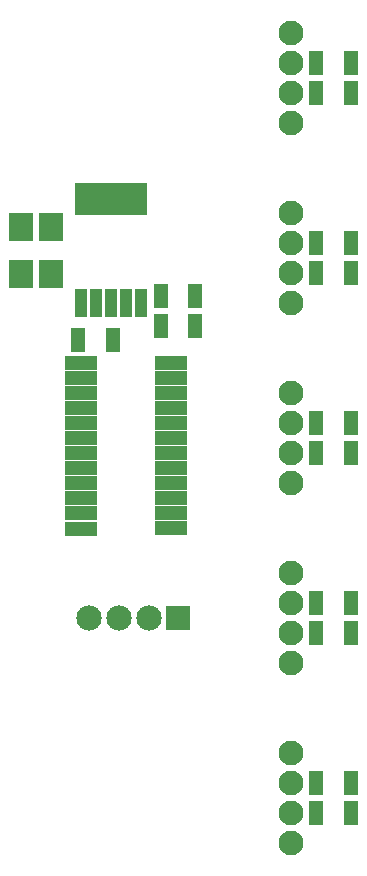
<source format=gbr>
G04 #@! TF.GenerationSoftware,KiCad,Pcbnew,(5.0.0-rc2-dev-632-g76d3b6f04)*
G04 #@! TF.CreationDate,2018-11-25T05:17:50+09:00*
G04 #@! TF.ProjectId,I2C_color_sensor_v1,4932435F636F6C6F725F73656E736F72,rev?*
G04 #@! TF.SameCoordinates,Original*
G04 #@! TF.FileFunction,Soldermask,Top*
G04 #@! TF.FilePolarity,Negative*
%FSLAX46Y46*%
G04 Gerber Fmt 4.6, Leading zero omitted, Abs format (unit mm)*
G04 Created by KiCad (PCBNEW (5.0.0-rc2-dev-632-g76d3b6f04)) date 11/25/18 05:17:50*
%MOMM*%
%LPD*%
G01*
G04 APERTURE LIST*
%ADD10C,2.100000*%
%ADD11C,2.150000*%
%ADD12R,2.150000X2.150000*%
%ADD13R,6.100000X2.700000*%
%ADD14R,1.100000X2.400000*%
%ADD15R,2.000000X2.400000*%
%ADD16R,2.800000X1.162000*%
%ADD17R,1.300000X2.100000*%
G04 APERTURE END LIST*
D10*
X150400000Y-97330000D03*
X150400000Y-99870000D03*
X150400000Y-102410000D03*
X150400000Y-104950000D03*
D11*
X133375000Y-116380000D03*
X135875000Y-116380000D03*
X138375000Y-116380000D03*
D12*
X140875000Y-116380000D03*
D13*
X135160000Y-80945000D03*
D14*
X137700000Y-89695000D03*
X136430000Y-89695000D03*
X135160000Y-89695000D03*
X133890000Y-89695000D03*
X132620000Y-89695000D03*
D10*
X150400000Y-66850000D03*
X150400000Y-69390000D03*
X150400000Y-71930000D03*
X150400000Y-74470000D03*
X150400000Y-89710000D03*
X150400000Y-87170000D03*
X150400000Y-84630000D03*
X150400000Y-82090000D03*
X150400000Y-120190000D03*
X150400000Y-117650000D03*
X150400000Y-115110000D03*
X150400000Y-112570000D03*
X150400000Y-127810000D03*
X150400000Y-130350000D03*
X150400000Y-132890000D03*
X150400000Y-135430000D03*
D15*
X127540000Y-83265000D03*
X127540000Y-87265000D03*
X130080000Y-83265000D03*
X130080000Y-87265000D03*
D16*
X132620000Y-94790000D03*
X132620000Y-96060000D03*
X132620000Y-97330000D03*
X132620000Y-98600000D03*
X132620000Y-99870000D03*
X132620000Y-101140000D03*
X132620000Y-102410000D03*
X132620000Y-103680000D03*
X132620000Y-104950000D03*
X132620000Y-106220000D03*
X132620000Y-107490000D03*
X132620000Y-108887000D03*
X140240000Y-94790000D03*
X140240000Y-96060000D03*
X140240000Y-97330000D03*
X140240000Y-98600000D03*
X140240000Y-99870000D03*
X140240000Y-101140000D03*
X140240000Y-102410000D03*
X140240000Y-103680000D03*
X140240000Y-104950000D03*
X140240000Y-106220000D03*
X140240000Y-107490000D03*
X140240000Y-108760000D03*
D17*
X142325000Y-91694000D03*
X139425000Y-91694000D03*
X139425000Y-89154000D03*
X142325000Y-89154000D03*
X152580000Y-132890000D03*
X155480000Y-132890000D03*
X135340000Y-92885000D03*
X132440000Y-92885000D03*
X152580000Y-130350000D03*
X155480000Y-130350000D03*
X155480000Y-117650000D03*
X152580000Y-117650000D03*
X152580000Y-115110000D03*
X155480000Y-115110000D03*
X155480000Y-102410000D03*
X152580000Y-102410000D03*
X152580000Y-99870000D03*
X155480000Y-99870000D03*
X155480000Y-87170000D03*
X152580000Y-87170000D03*
X152580000Y-84630000D03*
X155480000Y-84630000D03*
X155480000Y-71930000D03*
X152580000Y-71930000D03*
X152580000Y-69390000D03*
X155480000Y-69390000D03*
M02*

</source>
